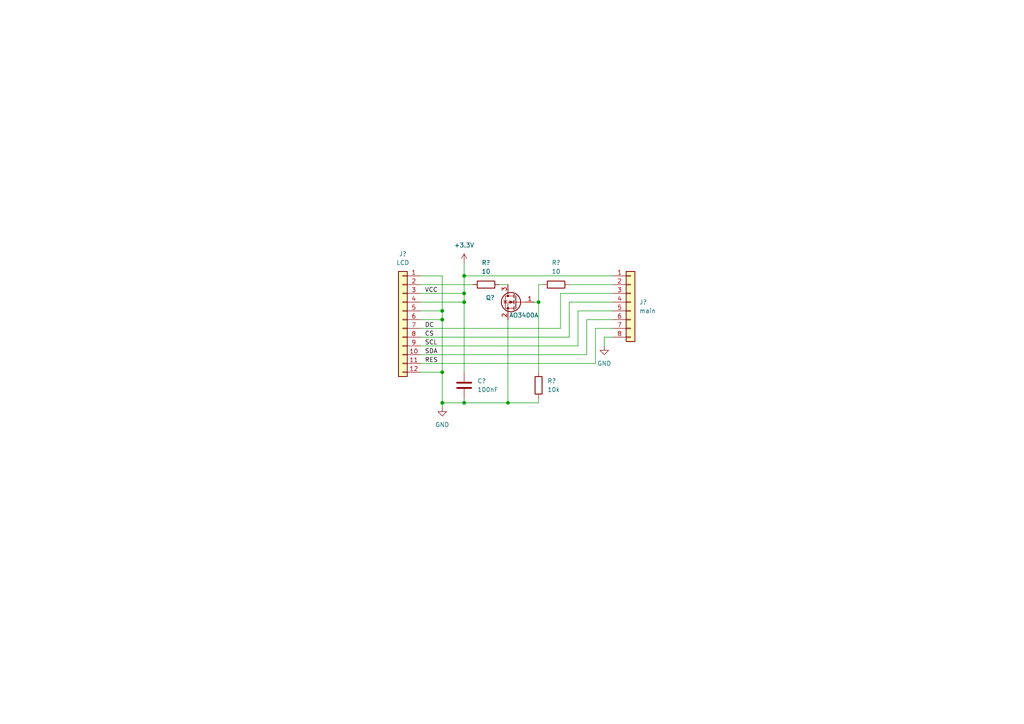
<source format=kicad_sch>
(kicad_sch (version 20211123) (generator eeschema)
  (paper "A4")
  (lib_symbols
    (symbol "Connector_Generic:Conn_01x08" (pin_names (offset 1.016) hide)
      (property "Reference" "J" (at 0 10.16 0))
      (property "Value" "Conn_01x08" (at 0 -12.7 0))
      (symbol "Conn_01x08_1_1"
        (rectangle (start -1.27 -10.033) (end 0 -10.287) (stroke (width 0.1524)))
        (rectangle (start -1.27 -7.493) (end 0 -7.747) (stroke (width 0.1524)))
        (rectangle (start -1.27 -4.953) (end 0 -5.207) (stroke (width 0.1524)))
        (rectangle (start -1.27 -2.413) (end 0 -2.667) (stroke (width 0.1524)))
        (rectangle (start -1.27 0.127) (end 0 -0.127) (stroke (width 0.1524)))
        (rectangle (start -1.27 2.667) (end 0 2.413) (stroke (width 0.1524)))
        (rectangle (start -1.27 5.207) (end 0 4.953) (stroke (width 0.1524)))
        (rectangle (start -1.27 7.747) (end 0 7.493) (stroke (width 0.1524)))
        (rectangle (start -1.27 8.89) (end 1.27 -11.43) (stroke (width 0.254)) (fill (type background)))
        (pin passive line (at -5.08 7.62 0) (length 3.81) (name "Pin_1") (number "1"))
        (pin passive line (at -5.08 5.08 0) (length 3.81) (name "Pin_2") (number "2"))
        (pin passive line (at -5.08 2.54 0) (length 3.81) (name "Pin_3") (number "3"))
        (pin passive line (at -5.08 0 0) (length 3.81) (name "Pin_4") (number "4"))
        (pin passive line (at -5.08 -2.54 0) (length 3.81) (name "Pin_5") (number "5"))
        (pin passive line (at -5.08 -5.08 0) (length 3.81) (name "Pin_6") (number "6"))
        (pin passive line (at -5.08 -7.62 0) (length 3.81) (name "Pin_7") (number "7"))
        (pin passive line (at -5.08 -10.16 0) (length 3.81) (name "Pin_8") (number "8"))
      )
    )
    (symbol "Connector_Generic:Conn_01x12" (pin_names (offset 1.016) hide)
      (property "Reference" "J" (at 0 15.24 0))
      (property "Value" "Conn_01x12" (at 0 -17.78 0))
      (symbol "Conn_01x12_1_1"
        (rectangle (start -1.27 -15.113) (end 0 -15.367) (stroke (width 0.1524)))
        (rectangle (start -1.27 -12.573) (end 0 -12.827) (stroke (width 0.1524)))
        (rectangle (start -1.27 -10.033) (end 0 -10.287) (stroke (width 0.1524)))
        (rectangle (start -1.27 -7.493) (end 0 -7.747) (stroke (width 0.1524)))
        (rectangle (start -1.27 -4.953) (end 0 -5.207) (stroke (width 0.1524)))
        (rectangle (start -1.27 -2.413) (end 0 -2.667) (stroke (width 0.1524)))
        (rectangle (start -1.27 0.127) (end 0 -0.127) (stroke (width 0.1524)))
        (rectangle (start -1.27 2.667) (end 0 2.413) (stroke (width 0.1524)))
        (rectangle (start -1.27 5.207) (end 0 4.953) (stroke (width 0.1524)))
        (rectangle (start -1.27 7.747) (end 0 7.493) (stroke (width 0.1524)))
        (rectangle (start -1.27 10.287) (end 0 10.033) (stroke (width 0.1524)))
        (rectangle (start -1.27 12.827) (end 0 12.573) (stroke (width 0.1524)))
        (rectangle (start -1.27 13.97) (end 1.27 -16.51) (stroke (width 0.254)) (fill (type background)))
        (pin passive line (at -5.08 12.7 0) (length 3.81) (name "Pin_1") (number "1"))
        (pin passive line (at -5.08 -10.16 0) (length 3.81) (name "Pin_10") (number "10"))
        (pin passive line (at -5.08 -12.7 0) (length 3.81) (name "Pin_11") (number "11"))
        (pin passive line (at -5.08 -15.24 0) (length 3.81) (name "Pin_12") (number "12"))
        (pin passive line (at -5.08 10.16 0) (length 3.81) (name "Pin_2") (number "2"))
        (pin passive line (at -5.08 7.62 0) (length 3.81) (name "Pin_3") (number "3"))
        (pin passive line (at -5.08 5.08 0) (length 3.81) (name "Pin_4") (number "4"))
        (pin passive line (at -5.08 2.54 0) (length 3.81) (name "Pin_5") (number "5"))
        (pin passive line (at -5.08 0 0) (length 3.81) (name "Pin_6") (number "6"))
        (pin passive line (at -5.08 -2.54 0) (length 3.81) (name "Pin_7") (number "7"))
        (pin passive line (at -5.08 -5.08 0) (length 3.81) (name "Pin_8") (number "8"))
        (pin passive line (at -5.08 -7.62 0) (length 3.81) (name "Pin_9") (number "9"))
      )
    )
    (symbol "Device:C" (pin_numbers hide) (pin_names (offset 0.254))
      (property "Reference" "C" (at 0.635 2.54 0))
      (property "Value" "C" (at 0.635 -2.54 0))
      (symbol "C_0_1"
        (polyline (pts (xy -2.032 -0.762) (xy 2.032 -0.762)) (stroke (width 0.508)))
        (polyline (pts (xy -2.032 0.762) (xy 2.032 0.762)) (stroke (width 0.508)))
      )
      (symbol "C_1_1"
        (pin passive line (at 0 3.81 270) (length 2.794) (name "~") (number "1"))
        (pin passive line (at 0 -3.81 90) (length 2.794) (name "~") (number "2"))
      )
    )
    (symbol "Device:R" (pin_numbers hide) (pin_names (offset 0))
      (property "Reference" "R" (at 2.032 0 90))
      (property "Value" "R" (at 0 0 90))
      (symbol "R_0_1"
        (rectangle (start -1.016 -2.54) (end 1.016 2.54) (stroke (width 0.254)))
      )
      (symbol "R_1_1"
        (pin passive line (at 0 3.81 270) (length 1.27) (name "~") (number "1"))
        (pin passive line (at 0 -3.81 90) (length 1.27) (name "~") (number "2"))
      )
    )
    (symbol "Transistor_FET:AO3400A" (pin_names hide)
      (property "Reference" "Q" (at 5.08 1.905 0))
      (property "Value" "AO3400A" (at 5.08 0 0))
      (symbol "AO3400A_0_1"
        (polyline (pts (xy 0.254 0) (xy -2.54 0)))
        (polyline (pts (xy 0.254 1.905) (xy 0.254 -1.905)) (stroke (width 0.254)))
        (polyline (pts (xy 0.762 -1.27) (xy 0.762 -2.286)) (stroke (width 0.254)))
        (polyline (pts (xy 0.762 0.508) (xy 0.762 -0.508)) (stroke (width 0.254)))
        (polyline (pts (xy 0.762 2.286) (xy 0.762 1.27)) (stroke (width 0.254)))
        (polyline (pts (xy 2.54 2.54) (xy 2.54 1.778)))
        (polyline (pts (xy 2.54 -2.54) (xy 2.54 0) (xy 0.762 0)))
        (polyline (pts (xy 0.762 -1.778) (xy 3.302 -1.778) (xy 3.302 1.778) (xy 0.762 1.778)))
        (polyline (pts (xy 1.016 0) (xy 2.032 0.381) (xy 2.032 -0.381) (xy 1.016 0)) (fill (type outline)))
        (polyline (pts (xy 2.794 0.508) (xy 2.921 0.381) (xy 3.683 0.381) (xy 3.81 0.254)))
        (polyline (pts (xy 3.302 0.381) (xy 2.921 -0.254) (xy 3.683 -0.254) (xy 3.302 0.381)))
        (circle (center 1.651 0) (radius 2.794) (stroke (width 0.254)))
        (circle (center 2.54 -1.778) (radius 0.254) (fill (type outline)))
        (circle (center 2.54 1.778) (radius 0.254) (fill (type outline)))
      )
      (symbol "AO3400A_1_1"
        (pin input line (at -5.08 0 0) (length 2.54) (name "G") (number "1"))
        (pin passive line (at 2.54 -5.08 90) (length 2.54) (name "S") (number "2"))
        (pin passive line (at 2.54 5.08 270) (length 2.54) (name "D") (number "3"))
      )
    )
    (symbol "power:+3.3V" (power) (pin_names (offset 0))
      (property "Value" "+3.3V" (at 0 3.556 0))
      (symbol "+3.3V_0_1"
        (polyline (pts (xy -0.762 1.27) (xy 0 2.54)))
        (polyline (pts (xy 0 0) (xy 0 2.54)))
        (polyline (pts (xy 0 2.54) (xy 0.762 1.27)))
      )
      (symbol "+3.3V_1_1"
        (pin power_in line (at 0 0 90) (length 0) hide (name "+3.3V") (number "1"))
      )
    )
    (symbol "power:GND" (power) (pin_names (offset 0))
      (property "Value" "GND" (at 0 -3.81 0))
      (symbol "GND_0_1"
        (polyline (pts (xy 0 0) (xy 0 -1.27) (xy 1.27 -1.27) (xy 0 -2.54) (xy -1.27 -1.27) (xy 0 -1.27)))
      )
      (symbol "GND_1_1"
        (pin power_in line (at 0 0 270) (length 0) hide (name "GND") (number "1"))
      )
    )
  )
  (junction (at 156.21 87.63))
  (junction (at 134.62 87.63))
  (junction (at 128.27 107.95))
  (junction (at 134.62 116.84))
  (junction (at 134.62 80.01))
  (junction (at 128.27 90.17))
  (junction (at 128.27 116.84))
  (junction (at 128.27 92.71))
  (junction (at 134.62 85.09))
  (junction (at 147.32 116.84))
  (wire (pts (xy 144.78 82.55) (xy 147.32 82.55)))
  (wire (pts (xy 128.27 80.01) (xy 128.27 90.17)))
  (wire (pts (xy 175.26 97.79) (xy 175.26 100.33)))
  (wire (pts (xy 177.8 97.79) (xy 175.26 97.79)))
  (wire (pts (xy 121.92 92.71) (xy 128.27 92.71)))
  (wire (pts (xy 134.62 80.01) (xy 134.62 85.09)))
  (wire (pts (xy 121.92 90.17) (xy 128.27 90.17)))
  (wire (pts (xy 121.92 87.63) (xy 134.62 87.63)))
  (wire (pts (xy 128.27 107.95) (xy 128.27 116.84)))
  (wire (pts (xy 157.48 82.55) (xy 156.21 82.55)))
  (wire (pts (xy 172.72 105.41) (xy 172.72 95.25)))
  (wire (pts (xy 162.56 95.25) (xy 162.56 85.09)))
  (wire (pts (xy 128.27 90.17) (xy 128.27 92.71)))
  (wire (pts (xy 162.56 85.09) (xy 177.8 85.09)))
  (wire (pts (xy 177.8 80.01) (xy 134.62 80.01)))
  (wire (pts (xy 167.64 100.33) (xy 167.64 90.17)))
  (wire (pts (xy 156.21 87.63) (xy 154.94 87.63)))
  (wire (pts (xy 134.62 115.57) (xy 134.62 116.84)))
  (wire (pts (xy 121.92 95.25) (xy 162.56 95.25)))
  (wire (pts (xy 167.64 90.17) (xy 177.8 90.17)))
  (wire (pts (xy 165.1 97.79) (xy 165.1 87.63)))
  (wire (pts (xy 121.92 105.41) (xy 172.72 105.41)))
  (wire (pts (xy 170.18 102.87) (xy 170.18 92.71)))
  (wire (pts (xy 134.62 85.09) (xy 121.92 85.09)))
  (wire (pts (xy 121.92 100.33) (xy 167.64 100.33)))
  (wire (pts (xy 121.92 80.01) (xy 128.27 80.01)))
  (wire (pts (xy 121.92 82.55) (xy 137.16 82.55)))
  (wire (pts (xy 134.62 116.84) (xy 128.27 116.84)))
  (wire (pts (xy 128.27 92.71) (xy 128.27 107.95)))
  (wire (pts (xy 165.1 87.63) (xy 177.8 87.63)))
  (wire (pts (xy 156.21 82.55) (xy 156.21 87.63)))
  (wire (pts (xy 134.62 76.2) (xy 134.62 80.01)))
  (wire (pts (xy 147.32 116.84) (xy 134.62 116.84)))
  (wire (pts (xy 147.32 116.84) (xy 156.21 116.84)))
  (wire (pts (xy 121.92 107.95) (xy 128.27 107.95)))
  (wire (pts (xy 156.21 87.63) (xy 156.21 107.95)))
  (wire (pts (xy 156.21 115.57) (xy 156.21 116.84)))
  (wire (pts (xy 121.92 102.87) (xy 170.18 102.87)))
  (wire (pts (xy 172.72 95.25) (xy 177.8 95.25)))
  (wire (pts (xy 147.32 92.71) (xy 147.32 116.84)))
  (wire (pts (xy 128.27 116.84) (xy 128.27 118.11)))
  (wire (pts (xy 165.1 82.55) (xy 177.8 82.55)))
  (wire (pts (xy 134.62 87.63) (xy 134.62 85.09)))
  (wire (pts (xy 170.18 92.71) (xy 177.8 92.71)))
  (wire (pts (xy 121.92 97.79) (xy 165.1 97.79)))
  (wire (pts (xy 134.62 87.63) (xy 134.62 107.95)))
  (label "DC" (at 123.19 95.25 0))
  (label "RES" (at 123.19 105.41 0))
  (label "VCC" (at 123.19 85.09 0))
  (label "SCL" (at 123.19 100.33 0))
  (label "CS" (at 123.19 97.79 0))
  (label "SDA" (at 123.19 102.87 0))
  (symbol (lib_id "power:GND") (at 128.27 118.11 0) (unit 1)
    (property "Reference" "#PWR?" (effects hide))
    (property "Value" "GND" (at 128.27 123.19 0))
  )
  (symbol (lib_id "Device:R") (at 140.97 82.55 90) (unit 1)
    (property "Reference" "R?" (at 140.97 76.2 90))
    (property "Value" "10" (at 140.97 78.74 90))
    (property "Footprint" "Resistor_SMD:R_0603_1608Metric" (effects hide))
  )
  (symbol (lib_id "power:GND") (at 175.26 100.33 0) (unit 1)
    (property "Reference" "#PWR?" (effects hide))
    (property "Value" "GND" (at 175.26 105.41 0))
  )
  (symbol (lib_id "Connector_Generic:Conn_01x08") (at 182.88 87.63 0) (unit 1)
    (property "Reference" "J?" (at 185.42 87.6299 0) (effects (justify left)))
    (property "Value" "main" (at 185.42 90.1699 0) (effects (justify left)))
    (property "Footprint" "Connector_Hirose:Hirose_DF52-8S-0.8H_1x08-1MP_P0.80mm_Horizontal" (effects hide))
  )
  (symbol (lib_id "Device:C") (at 134.62 111.76 0) (unit 1)
    (property "Reference" "C?" (at 138.43 110.4899 0) (effects (justify left)))
    (property "Value" "100nF" (at 138.43 113.0299 0) (effects (justify left)))
    (property "Footprint" "Capacitor_SMD:C_0603_1608Metric" (effects hide))
  )
  (symbol (lib_id "power:+3.3V") (at 134.62 76.2 0) (unit 1)
    (property "Reference" "#PWR?" (effects hide))
    (property "Value" "+3.3V" (at 134.62 71.12 0))
  )
  (symbol (lib_id "Connector_Generic:Conn_01x12") (at 116.84 92.71 0) (mirror y) (unit 1)
    (property "Reference" "J?" (at 116.84 73.66 0))
    (property "Value" "LCD" (at 116.84 76.2 0))
  )
  (symbol (lib_id "Device:R") (at 161.29 82.55 90) (unit 1)
    (property "Reference" "R?" (at 161.29 76.2 90))
    (property "Value" "10" (at 161.29 78.74 90))
    (property "Footprint" "Resistor_SMD:R_0603_1608Metric" (effects hide))
  )
  (symbol (lib_id "Transistor_FET:AO3400A") (at 149.86 87.63 0) (mirror y) (unit 1)
    (property "Reference" "Q?" (at 143.51 86.3599 0) (effects (justify left)))
    (property "Value" "AO3400A" (at 156.21 91.44 0) (effects (justify left)))
    (property "Footprint" "Package_TO_SOT_SMD:SOT-23" (effects hide))
    (property "Datasheet" "http://www.aosmd.com/pdfs/datasheet/AO3400A.pdf" (effects hide))
  )
  (symbol (lib_id "Device:R") (at 156.21 111.76 180) (unit 1)
    (property "Reference" "R?" (at 158.75 110.4899 0) (effects (justify right)))
    (property "Value" "10k" (at 158.75 113.0299 0) (effects (justify right)))
    (property "Footprint" "Resistor_SMD:R_0603_1608Metric" (effects hide))
  )
)
</source>
